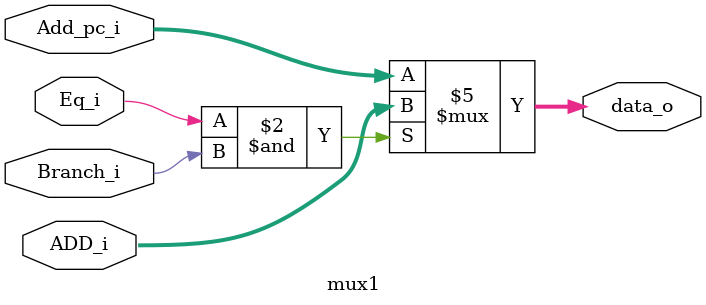
<source format=v>
module mux1(
	Eq_i,	
	Branch_i,	
	Add_pc_i,	
	ADD_i,
	data_o
);

input   [31:0]		Add_pc_i;
input   [31:0]		ADD_i;
input				Eq_i;
input				Branch_i;
output reg [31:0]	data_o;

always@(Eq_i or Branch_i or Add_pc_i or ADD_i) begin
	if( (Eq_i&Branch_i) ==1'b1) begin
		data_o = ADD_i;
	end
	else begin
		data_o = Add_pc_i;
	end
end

endmodule
</source>
